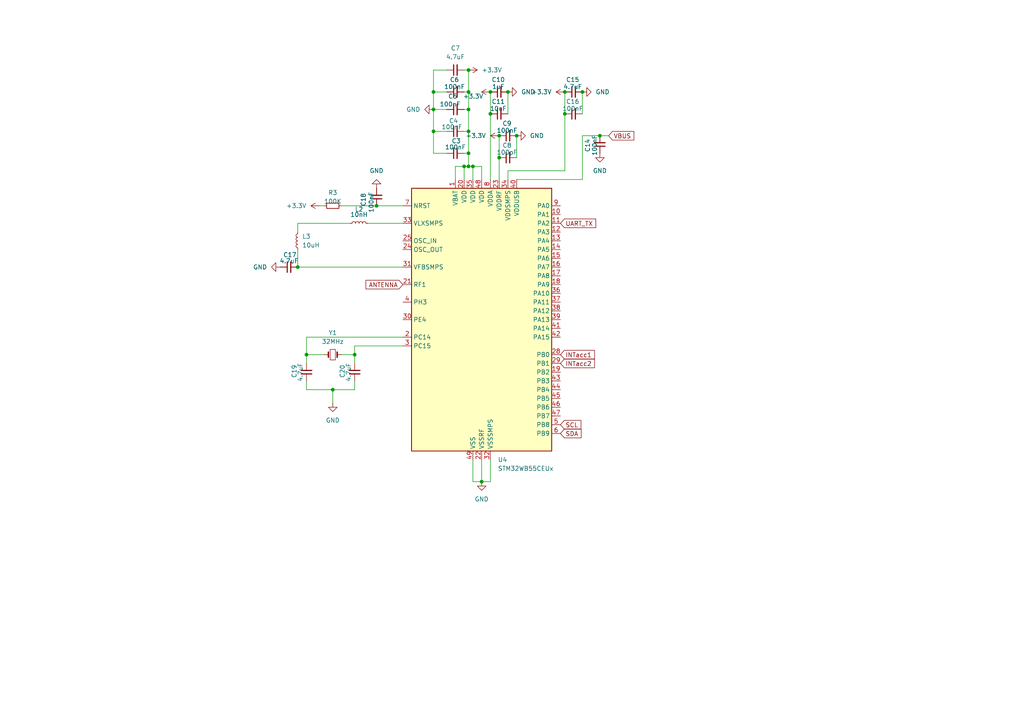
<source format=kicad_sch>
(kicad_sch (version 20250114) (generator "eeschema") (generator_version "9.0")
  (paper "A4")
  (lib_symbols
    (symbol "Device:C_Small" (pin_numbers (hide yes)) (pin_names (offset 0.254) (hide yes))
      (property "Reference" "C" (at 0.254 1.778 0))
      (property "Value" "C_Small" (at 0.254 -2.032 0))
      (symbol "C_Small_0_1"
        (polyline (pts (xy -1.524 0.508) (xy 1.524 0.508)) (stroke (width 0.3048)))
        (polyline (pts (xy -1.524 -0.508) (xy 1.524 -0.508)) (stroke (width 0.3302)))
      )
      (symbol "C_Small_1_1"
        (pin passive line (at 0 2.54 270) (length 2.032) (name "~") (number "1"))
        (pin passive line (at 0 -2.54 90) (length 2.032) (name "~") (number "2"))
      )
    )
    (symbol "Device:Crystal_Small" (pin_numbers (hide yes)) (pin_names (offset 1.016) (hide yes))
      (property "Reference" "Y" (at 0 2.54 0))
      (property "Value" "Crystal_Small" (at 0 -2.54 0))
      (symbol "Crystal_Small_0_1"
        (polyline (pts (xy -1.27 -0.762) (xy -1.27 0.762)) (stroke (width 0.381)))
        (rectangle (start -0.762 -1.524) (end 0.762 1.524))
        (polyline (pts (xy 1.27 -0.762) (xy 1.27 0.762)) (stroke (width 0.381)))
      )
      (symbol "Crystal_Small_1_1"
        (pin passive line (at -2.54 0 0) (length 1.27) (name "1") (number "1"))
        (pin passive line (at 2.54 0 180) (length 1.27) (name "2") (number "2"))
      )
    )
    (symbol "Device:L_Small" (pin_numbers (hide yes)) (pin_names (offset 0.254) (hide yes))
      (property "Reference" "L" (at 0.762 1.016 0))
      (property "Value" "L_Small" (at 0.762 -1.016 0))
      (symbol "L_Small_0_1"
        (arc (start 0 2.032) (mid 0.5058 1.524) (end 0 1.016))
        (arc (start 0 1.016) (mid 0.5058 0.508) (end 0 0))
        (arc (start 0 0) (mid 0.5058 -0.508) (end 0 -1.016))
        (arc (start 0 -1.016) (mid 0.5058 -1.524) (end 0 -2.032))
      )
      (symbol "L_Small_1_1"
        (pin passive line (at 0 2.54 270) (length 0.508) (name "~") (number "1"))
        (pin passive line (at 0 -2.54 90) (length 0.508) (name "~") (number "2"))
      )
    )
    (symbol "Device:R_Small" (pin_numbers (hide yes)) (pin_names (offset 0.254) (hide yes))
      (property "Reference" "R" (at 0.762 0.508 0))
      (property "Value" "R_Small" (at 0.762 -1.016 0))
      (symbol "R_Small_0_1"
        (rectangle (start -0.762 1.778) (end 0.762 -1.778) (stroke (width 0.2032)))
      )
      (symbol "R_Small_1_1"
        (pin passive line (at 0 2.54 270) (length 0.762) (name "~") (number "1"))
        (pin passive line (at 0 -2.54 90) (length 0.762) (name "~") (number "2"))
      )
    )
    (symbol "MCU_ST_STM32WB:STM32WB55CEUx"
      (property "Reference" "U" (at -20.32 39.37 0))
      (property "Value" "STM32WB55CEUx" (at 12.7 39.37 0))
      (symbol "STM32WB55CEUx_0_1"
        (rectangle (start -20.32 -38.1) (end 20.32 38.1) (stroke (width 0.254)) (fill (type background)))
      )
      (symbol "STM32WB55CEUx_1_1"
        (pin input line (at -22.86 33.02 0) (length 2.54) (name "NRST") (number "7"))
        (pin power_in line (at -22.86 27.94 0) (length 2.54) (name "VLXSMPS") (number "33"))
        (pin input line (at -22.86 22.86 0) (length 2.54) (name "OSC_IN") (number "25"))
        (pin input line (at -22.86 20.32 0) (length 2.54) (name "OSC_OUT") (number "24"))
        (pin input line (at -22.86 15.24 0) (length 2.54) (name "VFBSMPS") (number "31"))
        (pin bidirectional line (at -22.86 10.16 0) (length 2.54) (name "RF1") (number "21"))
        (pin bidirectional line (at -22.86 5.08 0) (length 2.54) (name "PH3") (number "4"))
        (pin bidirectional line (at -22.86 0 0) (length 2.54) (name "PE4") (number "30"))
        (pin bidirectional line (at -22.86 -5.08 0) (length 2.54) (name "PC14") (number "2"))
        (pin bidirectional line (at -22.86 -7.62 0) (length 2.54) (name "PC15") (number "3"))
        (pin no_connect line (at -20.32 -35.56 0) (length 2.54) (hide yes) (name "AT1") (number "27"))
        (pin no_connect line (at -20.32 -38.1 0) (length 2.54) (hide yes) (name "AT0") (number "26"))
        (pin power_in line (at -7.62 40.64 270) (length 2.54) (name "VBAT") (number "1"))
        (pin power_in line (at -5.08 40.64 270) (length 2.54) (name "VDD") (number "20"))
        (pin power_in line (at -2.54 40.64 270) (length 2.54) (name "VDD") (number "35"))
        (pin power_in line (at -2.54 -40.64 90) (length 2.54) (name "VSS") (number "49"))
        (pin power_in line (at 0 40.64 270) (length 2.54) (name "VDD") (number "48"))
        (pin power_in line (at 0 -40.64 90) (length 2.54) (name "VSSRF") (number "22"))
        (pin power_in line (at 2.54 40.64 270) (length 2.54) (name "VDDA") (number "8"))
        (pin power_in line (at 2.54 -40.64 90) (length 2.54) (name "VSSSMPS") (number "32"))
        (pin power_in line (at 5.08 40.64 270) (length 2.54) (name "VDDRF") (number "23"))
        (pin power_in line (at 7.62 40.64 270) (length 2.54) (name "VDDSMPS") (number "34"))
        (pin power_in line (at 10.16 40.64 270) (length 2.54) (name "VDDUSB") (number "40"))
        (pin bidirectional line (at 22.86 33.02 180) (length 2.54) (name "PA0") (number "9"))
        (pin bidirectional line (at 22.86 30.48 180) (length 2.54) (name "PA1") (number "10"))
        (pin bidirectional line (at 22.86 27.94 180) (length 2.54) (name "PA2") (number "11"))
        (pin bidirectional line (at 22.86 25.4 180) (length 2.54) (name "PA3") (number "12"))
        (pin bidirectional line (at 22.86 22.86 180) (length 2.54) (name "PA4") (number "13"))
        (pin bidirectional line (at 22.86 20.32 180) (length 2.54) (name "PA5") (number "14"))
        (pin bidirectional line (at 22.86 17.78 180) (length 2.54) (name "PA6") (number "15"))
        (pin bidirectional line (at 22.86 15.24 180) (length 2.54) (name "PA7") (number "16"))
        (pin bidirectional line (at 22.86 12.7 180) (length 2.54) (name "PA8") (number "17"))
        (pin bidirectional line (at 22.86 10.16 180) (length 2.54) (name "PA9") (number "18"))
        (pin bidirectional line (at 22.86 7.62 180) (length 2.54) (name "PA10") (number "36"))
        (pin bidirectional line (at 22.86 5.08 180) (length 2.54) (name "PA11") (number "37"))
        (pin bidirectional line (at 22.86 2.54 180) (length 2.54) (name "PA12") (number "38"))
        (pin bidirectional line (at 22.86 0 180) (length 2.54) (name "PA13") (number "39"))
        (pin bidirectional line (at 22.86 -2.54 180) (length 2.54) (name "PA14") (number "41"))
        (pin bidirectional line (at 22.86 -5.08 180) (length 2.54) (name "PA15") (number "42"))
        (pin bidirectional line (at 22.86 -10.16 180) (length 2.54) (name "PB0") (number "28"))
        (pin bidirectional line (at 22.86 -12.7 180) (length 2.54) (name "PB1") (number "29"))
        (pin bidirectional line (at 22.86 -15.24 180) (length 2.54) (name "PB2") (number "19"))
        (pin bidirectional line (at 22.86 -17.78 180) (length 2.54) (name "PB3") (number "43"))
        (pin bidirectional line (at 22.86 -20.32 180) (length 2.54) (name "PB4") (number "44"))
        (pin bidirectional line (at 22.86 -22.86 180) (length 2.54) (name "PB5") (number "45"))
        (pin bidirectional line (at 22.86 -25.4 180) (length 2.54) (name "PB6") (number "46"))
        (pin bidirectional line (at 22.86 -27.94 180) (length 2.54) (name "PB7") (number "47"))
        (pin bidirectional line (at 22.86 -30.48 180) (length 2.54) (name "PB8") (number "5"))
        (pin bidirectional line (at 22.86 -33.02 180) (length 2.54) (name "PB9") (number "6"))
      )
    )
    (symbol "power:+3.3V" (power) (pin_numbers (hide yes)) (pin_names (offset 0) (hide yes))
      (property "Value" "+3.3V" (at 0 3.556 0))
      (symbol "+3.3V_0_1"
        (polyline (pts (xy -0.762 1.27) (xy 0 2.54)))
        (polyline (pts (xy 0 2.54) (xy 0.762 1.27)))
        (polyline (pts (xy 0 0) (xy 0 2.54)))
      )
      (symbol "+3.3V_1_1"
        (pin power_in line (at 0 0 90) (length 0) (name "~") (number "1"))
      )
    )
    (symbol "power:GND" (power) (pin_numbers (hide yes)) (pin_names (offset 0) (hide yes))
      (property "Value" "GND" (at 0 -3.81 0))
      (symbol "GND_0_1"
        (polyline (pts (xy 0 0) (xy 0 -1.27) (xy 1.27 -1.27) (xy 0 -2.54) (xy -1.27 -1.27) (xy 0 -1.27)))
      )
      (symbol "GND_1_1"
        (pin power_in line (at 0 0 270) (length 0) (name "~") (number "1"))
      )
    )
  )
  (junction (at 163.83 33.02))
  (junction (at 88.9 102.87))
  (junction (at 135.89 20.32))
  (junction (at 134.62 48.26))
  (junction (at 96.52 113.03))
  (junction (at 144.78 45.72))
  (junction (at 149.86 39.37))
  (junction (at 144.78 39.37))
  (junction (at 125.73 31.75))
  (junction (at 168.91 26.67))
  (junction (at 125.73 26.67))
  (junction (at 135.89 38.1))
  (junction (at 102.87 102.87))
  (junction (at 135.89 44.45))
  (junction (at 142.24 26.67))
  (junction (at 125.73 38.1))
  (junction (at 109.22 59.69))
  (junction (at 135.89 31.75))
  (junction (at 135.89 48.26))
  (junction (at 142.24 33.02))
  (junction (at 173.99 39.37))
  (junction (at 137.16 48.26))
  (junction (at 139.7 139.7))
  (junction (at 86.36 77.47))
  (junction (at 163.83 26.67))
  (junction (at 147.32 26.67))
  (junction (at 135.89 26.67))
  (wire (pts (xy 116.84 100.33) (xy 102.87 100.33)))
  (wire (pts (xy 147.32 26.67) (xy 147.32 33.02)))
  (wire (pts (xy 86.36 64.77) (xy 86.36 67.31)))
  (wire (pts (xy 132.08 48.26) (xy 134.62 48.26)))
  (wire (pts (xy 137.16 48.26) (xy 139.7 48.26)))
  (wire (pts (xy 102.87 113.03) (xy 102.87 110.49)))
  (wire (pts (xy 88.9 105.41) (xy 88.9 102.87)))
  (wire (pts (xy 144.78 39.37) (xy 144.78 45.72)))
  (wire (pts (xy 135.89 31.75) (xy 135.89 38.1)))
  (wire (pts (xy 102.87 100.33) (xy 102.87 102.87)))
  (wire (pts (xy 109.22 59.69) (xy 116.84 59.69)))
  (wire (pts (xy 137.16 133.35) (xy 137.16 139.7)))
  (wire (pts (xy 134.62 20.32) (xy 135.89 20.32)))
  (wire (pts (xy 96.52 116.84) (xy 96.52 113.03)))
  (wire (pts (xy 99.06 102.87) (xy 102.87 102.87)))
  (wire (pts (xy 163.83 26.67) (xy 163.83 33.02)))
  (wire (pts (xy 135.89 20.32) (xy 135.89 26.67)))
  (wire (pts (xy 132.08 52.07) (xy 132.08 48.26)))
  (wire (pts (xy 134.62 44.45) (xy 135.89 44.45)))
  (wire (pts (xy 125.73 38.1) (xy 129.54 38.1)))
  (wire (pts (xy 137.16 48.26) (xy 137.16 52.07)))
  (wire (pts (xy 144.78 45.72) (xy 144.78 52.07)))
  (wire (pts (xy 125.73 38.1) (xy 125.73 44.45)))
  (wire (pts (xy 135.89 44.45) (xy 135.89 38.1)))
  (wire (pts (xy 168.91 52.07) (xy 168.91 39.37)))
  (wire (pts (xy 149.86 39.37) (xy 149.86 45.72)))
  (wire (pts (xy 125.73 31.75) (xy 129.54 31.75)))
  (wire (pts (xy 147.32 49.53) (xy 147.32 52.07)))
  (wire (pts (xy 137.16 139.7) (xy 139.7 139.7)))
  (wire (pts (xy 88.9 97.79) (xy 116.84 97.79)))
  (wire (pts (xy 173.99 39.37) (xy 176.53 39.37)))
  (wire (pts (xy 142.24 139.7) (xy 139.7 139.7)))
  (wire (pts (xy 142.24 133.35) (xy 142.24 139.7)))
  (wire (pts (xy 99.06 59.69) (xy 109.22 59.69)))
  (wire (pts (xy 139.7 133.35) (xy 139.7 139.7)))
  (wire (pts (xy 116.84 77.47) (xy 86.36 77.47)))
  (wire (pts (xy 106.68 64.77) (xy 116.84 64.77)))
  (wire (pts (xy 125.73 44.45) (xy 129.54 44.45)))
  (wire (pts (xy 88.9 102.87) (xy 93.98 102.87)))
  (wire (pts (xy 168.91 39.37) (xy 173.99 39.37)))
  (wire (pts (xy 102.87 102.87) (xy 102.87 105.41)))
  (wire (pts (xy 86.36 72.39) (xy 86.36 77.47)))
  (wire (pts (xy 135.89 26.67) (xy 135.89 31.75)))
  (wire (pts (xy 139.7 48.26) (xy 139.7 52.07)))
  (wire (pts (xy 135.89 38.1) (xy 134.62 38.1)))
  (wire (pts (xy 142.24 26.67) (xy 142.24 33.02)))
  (wire (pts (xy 125.73 26.67) (xy 129.54 26.67)))
  (wire (pts (xy 135.89 44.45) (xy 135.89 48.26)))
  (wire (pts (xy 163.83 33.02) (xy 163.83 49.53)))
  (wire (pts (xy 88.9 102.87) (xy 88.9 97.79)))
  (wire (pts (xy 134.62 48.26) (xy 135.89 48.26)))
  (wire (pts (xy 142.24 33.02) (xy 142.24 52.07)))
  (wire (pts (xy 134.62 48.26) (xy 134.62 52.07)))
  (wire (pts (xy 135.89 48.26) (xy 137.16 48.26)))
  (wire (pts (xy 96.52 113.03) (xy 102.87 113.03)))
  (wire (pts (xy 125.73 20.32) (xy 125.73 26.67)))
  (wire (pts (xy 92.71 59.69) (xy 93.98 59.69)))
  (wire (pts (xy 134.62 31.75) (xy 135.89 31.75)))
  (wire (pts (xy 88.9 110.49) (xy 88.9 113.03)))
  (wire (pts (xy 125.73 26.67) (xy 125.73 31.75)))
  (wire (pts (xy 134.62 26.67) (xy 135.89 26.67)))
  (wire (pts (xy 101.6 64.77) (xy 86.36 64.77)))
  (wire (pts (xy 149.86 52.07) (xy 168.91 52.07)))
  (wire (pts (xy 129.54 20.32) (xy 125.73 20.32)))
  (wire (pts (xy 168.91 26.67) (xy 168.91 33.02)))
  (wire (pts (xy 163.83 49.53) (xy 147.32 49.53)))
  (wire (pts (xy 88.9 113.03) (xy 96.52 113.03)))
  (wire (pts (xy 125.73 31.75) (xy 125.73 38.1)))
  (global_label "SCL" (shape input) (at 162.56 123.19 0) (property "Intersheetrefs" "${INTERSHEET_REFS}" (effects (hide yes))))
  (global_label "INTacc2" (shape input) (at 162.56 105.41 0) (property "Intersheetrefs" "${INTERSHEET_REFS}" (effects (hide yes))))
  (global_label "UART_TX" (shape input) (at 162.56 64.77 0) (property "Intersheetrefs" "${INTERSHEET_REFS}" (effects (hide yes))))
  (global_label "ANTENNA" (shape input) (at 116.84 82.55 180) (property "Intersheetrefs" "${INTERSHEET_REFS}" (effects (hide yes))))
  (global_label "INTacc1" (shape input) (at 162.56 102.87 0) (property "Intersheetrefs" "${INTERSHEET_REFS}" (effects (hide yes))))
  (global_label "VBUS" (shape input) (at 176.53 39.37 0) (property "Intersheetrefs" "${INTERSHEET_REFS}" (effects (hide yes))))
  (global_label "SDA" (shape input) (at 162.56 125.73 0) (property "Intersheetrefs" "${INTERSHEET_REFS}" (effects (hide yes))))
  (symbol (lib_id "power:GND") (at 168.91 26.67 90) (unit 1)
    (property "Reference" "#PWR018" (effects (hide yes)))
    (property "Value" "GND" (at 172.72 26.6699 90) (effects (justify right)))
    (property "Description" "Power symbol creates a global label with name \"GND\" , ground" (effects (hide yes)))
  )
  (symbol (lib_id "Device:C_Small") (at 166.37 26.67 90) (unit 1)
    (property "Reference" "C15" (at 166.116 23.114 90))
    (property "Value" "4.7uF" (at 166.116 25.146 90))
    (property "Description" "Unpolarized capacitor, small symbol" (effects (hide yes)))
  )
  (symbol (lib_id "Device:C_Small") (at 147.32 45.72 90) (unit 1)
    (property "Reference" "C8" (at 147.066 42.164 90))
    (property "Value" "100pF" (at 147.066 44.196 90))
    (property "Description" "Unpolarized capacitor, small symbol" (effects (hide yes)))
  )
  (symbol (lib_id "power:+3.3V") (at 144.78 39.37 90) (unit 1)
    (property "Reference" "#PWR010" (effects (hide yes)))
    (property "Value" "+3.3V" (at 140.97 39.3699 90) (effects (justify left)))
    (property "Description" "Power symbol creates a global label with name \"+3.3V\"" (effects (hide yes)))
  )
  (symbol (lib_id "Device:C_Small") (at 132.08 38.1 90) (unit 1)
    (property "Reference" "C4" (at 131.572 35.052 90))
    (property "Value" "100nF" (at 131.064 36.83 90))
    (property "Description" "Unpolarized capacitor, small symbol" (effects (hide yes)))
  )
  (symbol (lib_id "Device:C_Small") (at 132.08 31.75 90) (unit 1)
    (property "Reference" "C5" (at 131.318 27.94 90))
    (property "Value" "100nF" (at 130.556 30.226 90))
    (property "Description" "Unpolarized capacitor, small symbol" (effects (hide yes)))
  )
  (symbol (lib_id "power:+3.3V") (at 142.24 26.67 90) (unit 1)
    (property "Reference" "#PWR012" (effects (hide yes)))
    (property "Value" "+3.3V" (at 140.208 27.94 90) (effects (justify left)))
    (property "Description" "Power symbol creates a global label with name \"+3.3V\"" (effects (hide yes)))
  )
  (symbol (lib_id "Device:C_Small") (at 144.78 26.67 90) (unit 1)
    (property "Reference" "C10" (at 144.526 23.114 90))
    (property "Value" "1uF" (at 144.526 25.146 90))
    (property "Description" "Unpolarized capacitor, small symbol" (effects (hide yes)))
  )
  (symbol (lib_id "Device:Crystal_Small") (at 96.52 102.87 0) (unit 1)
    (property "Reference" "Y1" (at 96.52 96.52 0))
    (property "Value" "32MHz" (at 96.52 99.06 0))
    (property "Description" "Two pin crystal, small symbol" (effects (hide yes)))
  )
  (symbol (lib_id "Device:C_Small") (at 132.08 44.45 90) (unit 1)
    (property "Reference" "C3" (at 132.334 40.894 90))
    (property "Value" "100nF" (at 132.08 42.672 90))
    (property "Description" "Unpolarized capacitor, small symbol" (effects (hide yes)))
  )
  (symbol (lib_id "power:+3.3V") (at 92.71 59.69 90) (unit 1)
    (property "Reference" "#PWR021" (effects (hide yes)))
    (property "Value" "+3.3V" (at 88.9 59.6899 90) (effects (justify left)))
    (property "Description" "Power symbol creates a global label with name \"+3.3V\"" (effects (hide yes)))
  )
  (symbol (lib_id "Device:C_Small") (at 88.9 107.95 180) (unit 1)
    (property "Reference" "C19" (at 85.344 107.696 90))
    (property "Value" "4.7uF" (at 87.122 107.95 90))
    (property "Description" "Unpolarized capacitor, small symbol" (effects (hide yes)))
  )
  (symbol (lib_id "Device:C_Small") (at 83.82 77.47 90) (unit 1)
    (property "Reference" "C17" (at 84.074 73.914 90))
    (property "Value" "4.7uF" (at 83.82 75.692 90))
    (property "Description" "Unpolarized capacitor, small symbol" (effects (hide yes)))
  )
  (symbol (lib_id "power:GND") (at 96.52 116.84 0) (unit 1)
    (property "Reference" "#PWR023" (effects (hide yes)))
    (property "Value" "GND" (at 96.52 121.92 0))
    (property "Description" "Power symbol creates a global label with name \"GND\" , ground" (effects (hide yes)))
  )
  (symbol (lib_id "Device:L_Small") (at 86.36 69.85 180) (unit 1)
    (property "Reference" "L3" (at 87.63 68.5799 0) (effects (justify right)))
    (property "Value" "10uH" (at 87.63 71.1199 0) (effects (justify right)))
    (property "Description" "Inductor, small symbol" (effects (hide yes)))
  )
  (symbol (lib_id "Device:C_Small") (at 166.37 33.02 90) (unit 1)
    (property "Reference" "C16" (at 166.116 29.464 90))
    (property "Value" "100nF" (at 166.116 31.496 90))
    (property "Description" "Unpolarized capacitor, small symbol" (effects (hide yes)))
  )
  (symbol (lib_id "Device:R_Small") (at 96.52 59.69 90) (unit 1)
    (property "Reference" "R3" (at 96.52 55.88 90))
    (property "Value" "100K" (at 96.52 58.42 90))
    (property "Description" "Resistor, small symbol" (effects (hide yes)))
  )
  (symbol (lib_id "power:GND") (at 125.73 31.75 270) (unit 1)
    (property "Reference" "#PWR08" (effects (hide yes)))
    (property "Value" "GND" (at 121.92 31.7499 90) (effects (justify right)))
    (property "Description" "Power symbol creates a global label with name \"GND\" , ground" (effects (hide yes)))
  )
  (symbol (lib_id "Device:C_Small") (at 109.22 57.15 180) (unit 1)
    (property "Reference" "C18" (at 105.41 57.912 90))
    (property "Value" "100nF" (at 107.696 58.674 90))
    (property "Description" "Unpolarized capacitor, small symbol" (effects (hide yes)))
  )
  (symbol (lib_id "Device:C_Small") (at 173.99 41.91 180) (unit 1)
    (property "Reference" "C14" (at 170.434 42.164 90))
    (property "Value" "100nF" (at 172.466 42.164 90))
    (property "Description" "Unpolarized capacitor, small symbol" (effects (hide yes)))
  )
  (symbol (lib_id "power:GND") (at 173.99 44.45 0) (unit 1)
    (property "Reference" "#PWR016" (effects (hide yes)))
    (property "Value" "GND" (at 173.99 49.53 0))
    (property "Description" "Power symbol creates a global label with name \"GND\" , ground" (effects (hide yes)))
  )
  (symbol (lib_id "power:GND") (at 149.86 39.37 90) (unit 1)
    (property "Reference" "#PWR011" (effects (hide yes)))
    (property "Value" "GND" (at 153.67 39.3699 90) (effects (justify right)))
    (property "Description" "Power symbol creates a global label with name \"GND\" , ground" (effects (hide yes)))
  )
  (symbol (lib_id "power:GND") (at 139.7 139.7 0) (unit 1)
    (property "Reference" "#PWR020" (effects (hide yes)))
    (property "Value" "GND" (at 139.7 144.78 0))
    (property "Description" "Power symbol creates a global label with name \"GND\" , ground" (effects (hide yes)))
  )
  (symbol (lib_id "power:+3.3V") (at 135.89 20.32 270) (unit 1)
    (property "Reference" "#PWR09" (effects (hide yes)))
    (property "Value" "+3.3V" (at 139.7 20.3199 90) (effects (justify left)))
    (property "Description" "Power symbol creates a global label with name \"+3.3V\"" (effects (hide yes)))
  )
  (symbol (lib_id "Device:C_Small") (at 147.32 39.37 90) (unit 1)
    (property "Reference" "C9" (at 147.066 35.814 90))
    (property "Value" "100nF" (at 147.066 37.846 90))
    (property "Description" "Unpolarized capacitor, small symbol" (effects (hide yes)))
  )
  (symbol (lib_id "power:GND") (at 147.32 26.67 90) (unit 1)
    (property "Reference" "#PWR013" (effects (hide yes)))
    (property "Value" "GND" (at 151.13 26.6699 90) (effects (justify right)))
    (property "Description" "Power symbol creates a global label with name \"GND\" , ground" (effects (hide yes)))
  )
  (symbol (lib_id "Device:C_Small") (at 102.87 107.95 180) (unit 1)
    (property "Reference" "C20" (at 99.314 107.696 90))
    (property "Value" "4.7uF" (at 101.092 107.95 90))
    (property "Description" "Unpolarized capacitor, small symbol" (effects (hide yes)))
  )
  (symbol (lib_id "power:GND") (at 109.22 54.61 180) (unit 1)
    (property "Reference" "#PWR022" (effects (hide yes)))
    (property "Value" "GND" (at 109.22 49.53 0))
    (property "Description" "Power symbol creates a global label with name \"GND\" , ground" (effects (hide yes)))
  )
  (symbol (lib_id "Device:C_Small") (at 132.08 20.32 90) (unit 1)
    (property "Reference" "C7" (at 132.0863 13.97 90))
    (property "Value" "4.7uF" (at 132.0863 16.51 90))
    (property "Description" "Unpolarized capacitor, small symbol" (effects (hide yes)))
  )
  (symbol (lib_id "MCU_ST_STM32WB:STM32WB55CEUx") (at 139.7 92.71 0) (unit 1)
    (property "Reference" "U4" (at 144.3833 133.35 0) (effects (justify left)))
    (property "Value" "STM32WB55CEUx" (at 144.3833 135.89 0) (effects (justify left)))
    (property "Footprint" "Package_DFN_QFN:QFN-48-1EP_7x7mm_P0.5mm_EP5.6x5.6mm" (effects (hide yes)))
    (property "Datasheet" "https://www.st.com/resource/en/datasheet/stm32wb55ce.pdf" (effects (hide yes)))
    (property "Description" "STMicroelectronics Arm Cortex-M4 MCU, 512KB flash, 256KB RAM, 64 MHz, 1.71-3.6V, 30 GPIO, UFQFPN48" (effects (hide yes)))
  )
  (symbol (lib_id "power:GND") (at 81.28 77.47 270) (unit 1)
    (property "Reference" "#PWR019" (effects (hide yes)))
    (property "Value" "GND" (at 77.47 77.4699 90) (effects (justify right)))
    (property "Description" "Power symbol creates a global label with name \"GND\" , ground" (effects (hide yes)))
  )
  (symbol (lib_id "Device:C_Small") (at 144.78 33.02 90) (unit 1)
    (property "Reference" "C11" (at 144.526 29.464 90))
    (property "Value" "10nF" (at 144.526 31.496 90))
    (property "Description" "Unpolarized capacitor, small symbol" (effects (hide yes)))
  )
  (symbol (lib_id "Device:C_Small") (at 132.08 26.67 90) (unit 1)
    (property "Reference" "C6" (at 131.826 23.114 90))
    (property "Value" "100nF" (at 131.826 25.146 90))
    (property "Description" "Unpolarized capacitor, small symbol" (effects (hide yes)))
  )
  (symbol (lib_id "Device:L_Small") (at 104.14 64.77 90) (unit 1)
    (property "Reference" "L2" (at 104.14 60.706 90))
    (property "Value" "10nH" (at 104.14 62.23 90))
    (property "Description" "Inductor, small symbol" (effects (hide yes)))
  )
  (symbol (lib_id "power:+3.3V") (at 163.83 26.67 90) (unit 1)
    (property "Reference" "#PWR017" (effects (hide yes)))
    (property "Value" "+3.3V" (at 160.02 26.6699 90) (effects (justify left)))
    (property "Description" "Power symbol creates a global label with name \"+3.3V\"" (effects (hide yes)))
  )
)
</source>
